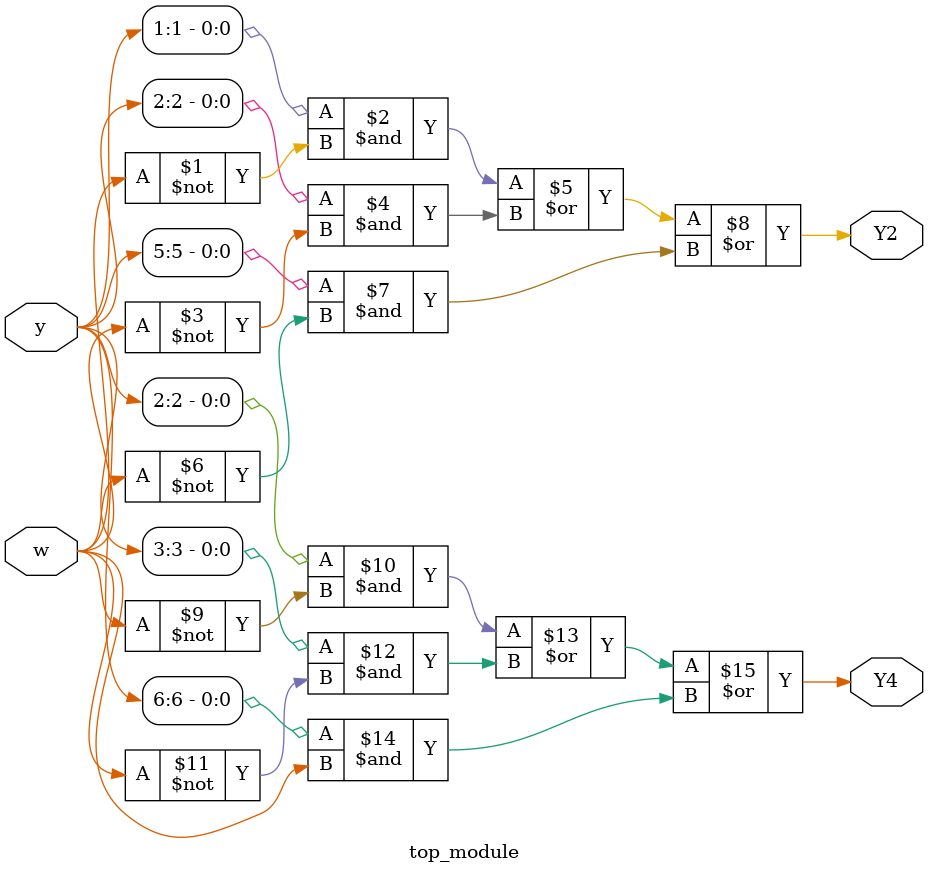
<source format=sv>
module top_module (
    input [6:1] y,
    input w,
    output Y2,
    output Y4
);

// Derive the logic equations for Y2 and Y4 based on the given state transition diagram
assign Y2 = (y[1] & ~w) | (y[2] & ~w) | (y[5] & ~w);
assign Y4 = (y[2] & ~w) | (y[3] & ~w) | (y[6] & w);

endmodule

</source>
